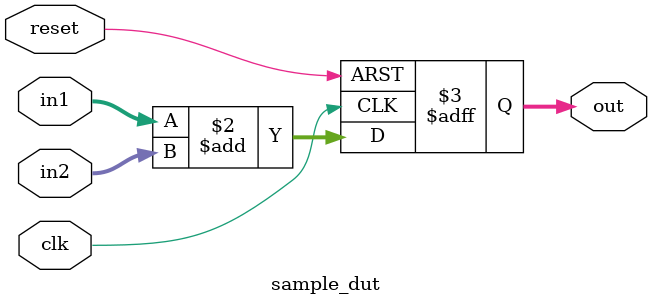
<source format=sv>
module sample_dut (clk, reset,in1, in2,out);
input clk;
input reset; 
input [7:0] in1;
input [7:0] in2; 
output reg [8:0] out;
  always@(posedge clk or posedge reset) begin 
    if(reset) out <= 0;
    else out <= in1 + in2;
  end
endmodule
//Form https://vlsiverify.com/uvm/uvm-adder-example/

</source>
